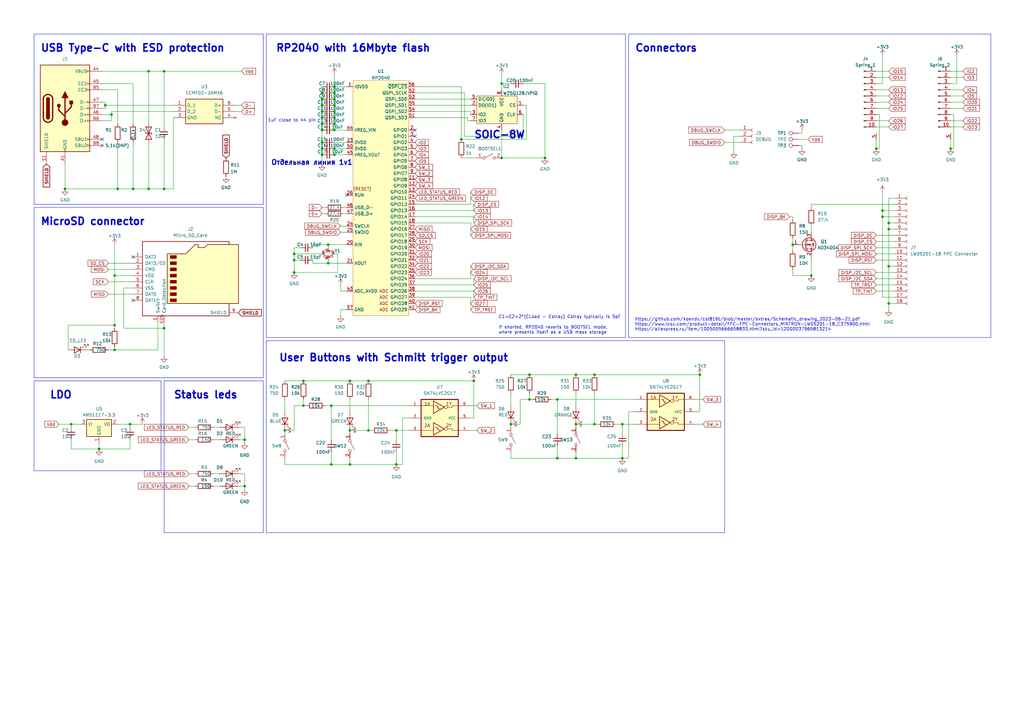
<source format=kicad_sch>
(kicad_sch (version 20230121) (generator eeschema)
  (paper "A3")
  (junction (at 255.27 187.96))
  (junction (at 132.08 45.72))
  (junction (at 120.65 104.14))
  (junction (at 26.67 77.47))
  (junction (at 132.08 50.8))
  (junction (at 45.72 46.99))
  (junction (at 236.22 153.67))
  (junction (at 223.52 64.77))
  (junction (at 132.08 53.34))
  (junction (at 46.99 113.03))
  (junction (at 194.31 156.21))
  (junction (at 359.41 60.96))
  (junction (at 243.84 153.67))
  (junction (at 46.99 133.35))
  (junction (at 389.89 60.96))
  (junction (at 255.27 173.99))
  (junction (at 364.49 124.46))
  (junction (at 143.51 190.5))
  (junction (at 228.6 163.83))
  (junction (at 29.21 173.99))
  (junction (at 135.89 190.5))
  (junction (at 361.95 88.9))
  (junction (at 48.26 77.47))
  (junction (at 120.65 111.76))
  (junction (at 151.13 156.21))
  (junction (at 209.55 173.99))
  (junction (at 332.74 113.03))
  (junction (at 189.23 57.15))
  (junction (at 135.89 166.37))
  (junction (at 137.16 50.8))
  (junction (at 137.16 38.1))
  (junction (at 137.16 43.18))
  (junction (at 137.16 53.34))
  (junction (at 361.95 86.36))
  (junction (at 137.16 45.72))
  (junction (at 60.96 29.21))
  (junction (at 205.74 34.29))
  (junction (at 243.84 173.99))
  (junction (at 217.17 153.67))
  (junction (at 100.33 199.39))
  (junction (at 60.96 77.47))
  (junction (at 100.33 180.34))
  (junction (at 132.08 38.1))
  (junction (at 364.49 109.22))
  (junction (at 162.56 176.53))
  (junction (at 67.31 134.62))
  (junction (at 134.62 107.95))
  (junction (at 137.16 60.96))
  (junction (at 143.51 156.21))
  (junction (at 287.02 153.67))
  (junction (at 43.18 43.18))
  (junction (at 132.08 58.42))
  (junction (at 162.56 190.5))
  (junction (at 124.46 166.37))
  (junction (at 236.22 187.96))
  (junction (at 236.22 173.99))
  (junction (at 132.08 48.26))
  (junction (at 364.49 93.98))
  (junction (at 134.62 100.33))
  (junction (at 53.34 173.99))
  (junction (at 132.08 40.64))
  (junction (at 137.16 40.64))
  (junction (at 137.16 35.56))
  (junction (at 54.61 77.47))
  (junction (at 132.08 60.96))
  (junction (at 67.31 29.21))
  (junction (at 124.46 156.21))
  (junction (at 132.08 63.5))
  (junction (at 205.74 64.77))
  (junction (at 143.51 176.53))
  (junction (at 228.6 187.96))
  (junction (at 46.99 143.51))
  (junction (at 67.31 77.47))
  (junction (at 364.49 91.44))
  (junction (at 325.12 100.33))
  (junction (at 217.17 163.83))
  (junction (at 40.64 184.15))
  (junction (at 137.16 48.26))
  (junction (at 120.65 106.68))
  (junction (at 116.84 176.53))
  (junction (at 137.16 63.5))
  (junction (at 132.08 43.18))
  (junction (at 151.13 176.53))
  (no_connect (at 142.24 80.01))
  (no_connect (at 54.61 123.19))
  (no_connect (at 41.91 59.69))
  (no_connect (at 170.18 53.34))
  (no_connect (at 170.18 55.88))
  (no_connect (at 41.91 57.15))
  (no_connect (at 54.61 105.41))
  (wire (pts (xy 359.41 39.37) (xy 364.49 39.37)))
  (wire (pts (xy 193.04 109.22) (xy 193.04 114.3)))
  (wire (pts (xy 205.74 53.34) (xy 205.74 64.77)))
  (wire (pts (xy 332.74 92.71) (xy 332.74 95.25)))
  (wire (pts (xy 194.31 156.21) (xy 194.31 171.45)))
  (wire (pts (xy 44.45 143.51) (xy 46.99 143.51)))
  (wire (pts (xy 60.96 58.42) (xy 60.96 77.47)))
  (wire (pts (xy 54.61 113.03) (xy 46.99 113.03)))
  (wire (pts (xy 29.21 180.34) (xy 29.21 184.15)))
  (wire (pts (xy 205.74 30.48) (xy 205.74 34.29)))
  (wire (pts (xy 217.17 163.83) (xy 217.17 161.29)))
  (wire (pts (xy 332.74 83.82) (xy 367.03 83.82)))
  (wire (pts (xy 43.18 41.91) (xy 41.91 41.91)))
  (wire (pts (xy 116.84 187.96) (xy 116.84 190.5)))
  (wire (pts (xy 162.56 176.53) (xy 167.64 176.53)))
  (wire (pts (xy 328.93 53.34) (xy 328.93 54.61)))
  (wire (pts (xy 143.51 156.21) (xy 151.13 156.21)))
  (wire (pts (xy 193.04 91.44) (xy 193.04 96.52)))
  (wire (pts (xy 151.13 163.83) (xy 151.13 176.53)))
  (wire (pts (xy 120.65 104.14) (xy 132.08 104.14)))
  (wire (pts (xy 71.12 77.47) (xy 67.31 77.47)))
  (wire (pts (xy 209.55 161.29) (xy 209.55 166.37)))
  (wire (pts (xy 359.41 46.99) (xy 360.68 46.99)))
  (wire (pts (xy 392.43 34.29) (xy 392.43 22.86)))
  (wire (pts (xy 213.36 173.99) (xy 213.36 163.83)))
  (wire (pts (xy 137.16 53.34) (xy 142.24 53.34)))
  (wire (pts (xy 137.16 58.42) (xy 142.24 58.42)))
  (wire (pts (xy 364.49 109.22) (xy 367.03 109.22)))
  (wire (pts (xy 328.93 54.61) (xy 327.66 54.61)))
  (wire (pts (xy 67.31 134.62) (xy 67.31 146.05)))
  (wire (pts (xy 359.41 104.14) (xy 367.03 104.14)))
  (wire (pts (xy 364.49 81.28) (xy 367.03 81.28)))
  (polyline (pts (xy 13.97 193.04) (xy 66.04 193.04)))
  (wire (pts (xy 389.89 41.91) (xy 394.97 41.91)))
  (wire (pts (xy 60.96 29.21) (xy 60.96 50.8)))
  (wire (pts (xy 255.27 173.99) (xy 260.35 173.99)))
  (wire (pts (xy 97.79 175.26) (xy 100.33 175.26)))
  (wire (pts (xy 389.89 31.75) (xy 394.97 31.75)))
  (wire (pts (xy 194.31 171.45) (xy 193.04 171.45)))
  (wire (pts (xy 137.16 43.18) (xy 137.16 45.72)))
  (wire (pts (xy 162.56 176.53) (xy 162.56 180.34)))
  (polyline (pts (xy 67.31 156.21) (xy 67.31 218.44)))
  (wire (pts (xy 194.31 119.38) (xy 170.18 119.38)))
  (wire (pts (xy 361.95 121.92) (xy 367.03 121.92)))
  (wire (pts (xy 215.9 43.18) (xy 215.9 57.15)))
  (wire (pts (xy 116.84 176.53) (xy 120.65 176.53)))
  (wire (pts (xy 359.41 116.84) (xy 367.03 116.84)))
  (wire (pts (xy 170.18 40.64) (xy 193.04 40.64)))
  (wire (pts (xy 100.33 199.39) (xy 100.33 200.66)))
  (wire (pts (xy 359.41 41.91) (xy 364.49 41.91)))
  (wire (pts (xy 359.41 111.76) (xy 367.03 111.76)))
  (wire (pts (xy 193.04 49.53) (xy 191.77 49.53)))
  (wire (pts (xy 137.16 48.26) (xy 137.16 50.8)))
  (wire (pts (xy 135.89 166.37) (xy 167.64 166.37)))
  (wire (pts (xy 193.04 127) (xy 193.04 121.92)))
  (wire (pts (xy 209.55 173.99) (xy 209.55 175.26)))
  (wire (pts (xy 389.89 44.45) (xy 394.97 44.45)))
  (wire (pts (xy 139.7 127) (xy 139.7 129.54)))
  (wire (pts (xy 361.95 86.36) (xy 367.03 86.36)))
  (wire (pts (xy 389.89 52.07) (xy 394.97 52.07)))
  (wire (pts (xy 189.23 64.77) (xy 195.58 64.77)))
  (wire (pts (xy 209.55 153.67) (xy 217.17 153.67)))
  (wire (pts (xy 44.45 107.95) (xy 54.61 107.95)))
  (wire (pts (xy 77.47 180.34) (xy 80.01 180.34)))
  (wire (pts (xy 24.13 173.99) (xy 29.21 173.99)))
  (wire (pts (xy 209.55 187.96) (xy 228.6 187.96)))
  (wire (pts (xy 297.18 58.42) (xy 303.53 58.42)))
  (wire (pts (xy 137.16 30.48) (xy 137.16 35.56)))
  (wire (pts (xy 361.95 34.29) (xy 361.95 22.86)))
  (wire (pts (xy 389.89 34.29) (xy 392.43 34.29)))
  (wire (pts (xy 359.41 49.53) (xy 364.49 49.53)))
  (wire (pts (xy 325.12 113.03) (xy 332.74 113.03)))
  (wire (pts (xy 288.29 163.83) (xy 285.75 163.83)))
  (wire (pts (xy 236.22 153.67) (xy 243.84 153.67)))
  (wire (pts (xy 43.18 44.45) (xy 43.18 43.18)))
  (wire (pts (xy 41.91 29.21) (xy 60.96 29.21)))
  (wire (pts (xy 297.18 53.34) (xy 303.53 53.34)))
  (wire (pts (xy 389.89 57.15) (xy 389.89 60.96)))
  (wire (pts (xy 137.16 60.96) (xy 142.24 60.96)))
  (wire (pts (xy 137.16 38.1) (xy 137.16 40.64)))
  (wire (pts (xy 97.79 194.31) (xy 100.33 194.31)))
  (wire (pts (xy 359.41 36.83) (xy 364.49 36.83)))
  (wire (pts (xy 364.49 124.46) (xy 367.03 124.46)))
  (wire (pts (xy 132.08 43.18) (xy 132.08 45.72)))
  (wire (pts (xy 228.6 182.88) (xy 228.6 187.96)))
  (wire (pts (xy 332.74 105.41) (xy 332.74 113.03)))
  (wire (pts (xy 205.74 34.29) (xy 205.74 36.83)))
  (wire (pts (xy 137.16 50.8) (xy 137.16 53.34)))
  (wire (pts (xy 135.89 190.5) (xy 143.51 190.5)))
  (wire (pts (xy 53.34 180.34) (xy 53.34 184.15)))
  (wire (pts (xy 364.49 93.98) (xy 367.03 93.98)))
  (wire (pts (xy 132.08 38.1) (xy 132.08 40.64)))
  (wire (pts (xy 128.27 107.95) (xy 128.27 106.68)))
  (wire (pts (xy 195.58 176.53) (xy 193.04 176.53)))
  (wire (pts (xy 360.68 46.99) (xy 360.68 60.96)))
  (wire (pts (xy 209.55 185.42) (xy 209.55 187.96)))
  (polyline (pts (xy 109.22 13.97) (xy 109.22 138.43)))
  (wire (pts (xy 134.62 107.95) (xy 128.27 107.95)))
  (wire (pts (xy 193.04 91.44) (xy 170.18 91.44)))
  (wire (pts (xy 364.49 91.44) (xy 364.49 81.28)))
  (wire (pts (xy 44.45 110.49) (xy 54.61 110.49)))
  (wire (pts (xy 134.62 100.33) (xy 134.62 101.6)))
  (wire (pts (xy 142.24 107.95) (xy 134.62 107.95)))
  (wire (pts (xy 46.99 143.51) (xy 64.77 143.51)))
  (wire (pts (xy 67.31 132.08) (xy 67.31 134.62)))
  (wire (pts (xy 132.08 50.8) (xy 132.08 53.34)))
  (wire (pts (xy 132.08 35.56) (xy 132.08 38.1)))
  (wire (pts (xy 41.91 44.45) (xy 43.18 44.45)))
  (wire (pts (xy 359.41 44.45) (xy 364.49 44.45)))
  (wire (pts (xy 389.89 39.37) (xy 394.97 39.37)))
  (wire (pts (xy 27.94 133.35) (xy 27.94 143.51)))
  (polyline (pts (xy 107.95 13.97) (xy 107.95 83.82)))
  (wire (pts (xy 137.16 40.64) (xy 137.16 43.18)))
  (wire (pts (xy 142.24 100.33) (xy 134.62 100.33)))
  (wire (pts (xy 162.56 190.5) (xy 165.1 190.5)))
  (polyline (pts (xy 67.31 156.21) (xy 107.95 156.21)))
  (wire (pts (xy 364.49 127) (xy 364.49 124.46)))
  (wire (pts (xy 214.63 43.18) (xy 215.9 43.18)))
  (wire (pts (xy 71.12 48.26) (xy 71.12 77.47)))
  (polyline (pts (xy 256.54 138.43) (xy 109.22 138.43)))
  (wire (pts (xy 194.31 86.36) (xy 170.18 86.36)))
  (wire (pts (xy 132.08 45.72) (xy 132.08 48.26)))
  (wire (pts (xy 50.8 118.11) (xy 50.8 134.62)))
  (wire (pts (xy 194.31 116.84) (xy 170.18 116.84)))
  (wire (pts (xy 134.62 107.95) (xy 134.62 106.68)))
  (wire (pts (xy 236.22 173.99) (xy 243.84 173.99)))
  (wire (pts (xy 48.26 173.99) (xy 53.34 173.99)))
  (polyline (pts (xy 256.54 13.97) (xy 256.54 138.43)))
  (polyline (pts (xy 297.18 218.44) (xy 297.18 139.7)))
  (polyline (pts (xy 13.97 156.21) (xy 66.04 156.21)))
  (wire (pts (xy 193.04 121.92) (xy 170.18 121.92)))
  (wire (pts (xy 361.95 86.36) (xy 361.95 88.9)))
  (wire (pts (xy 194.31 88.9) (xy 170.18 88.9)))
  (wire (pts (xy 287.02 168.91) (xy 285.75 168.91)))
  (wire (pts (xy 214.63 34.29) (xy 223.52 34.29)))
  (wire (pts (xy 125.73 166.37) (xy 124.46 166.37)))
  (wire (pts (xy 43.18 43.18) (xy 43.18 41.91)))
  (wire (pts (xy 359.41 29.21) (xy 364.49 29.21)))
  (wire (pts (xy 255.27 187.96) (xy 257.81 187.96)))
  (wire (pts (xy 138.43 104.14) (xy 138.43 111.76)))
  (wire (pts (xy 215.9 57.15) (xy 189.23 57.15)))
  (wire (pts (xy 132.08 85.09) (xy 133.35 85.09)))
  (wire (pts (xy 194.31 91.44) (xy 194.31 88.9)))
  (wire (pts (xy 359.41 52.07) (xy 364.49 52.07)))
  (wire (pts (xy 139.7 92.71) (xy 142.24 92.71)))
  (wire (pts (xy 236.22 161.29) (xy 236.22 166.37)))
  (wire (pts (xy 96.52 43.18) (xy 99.06 43.18)))
  (wire (pts (xy 137.16 45.72) (xy 137.16 48.26)))
  (wire (pts (xy 236.22 187.96) (xy 255.27 187.96)))
  (wire (pts (xy 228.6 163.83) (xy 228.6 177.8)))
  (wire (pts (xy 124.46 166.37) (xy 124.46 163.83)))
  (wire (pts (xy 143.51 163.83) (xy 143.51 168.91)))
  (wire (pts (xy 45.72 45.72) (xy 45.72 46.99)))
  (wire (pts (xy 135.89 185.42) (xy 135.89 190.5)))
  (wire (pts (xy 325.12 110.49) (xy 325.12 113.03)))
  (wire (pts (xy 54.61 118.11) (xy 50.8 118.11)))
  (wire (pts (xy 359.41 99.06) (xy 367.03 99.06)))
  (wire (pts (xy 120.65 166.37) (xy 124.46 166.37)))
  (wire (pts (xy 236.22 185.42) (xy 236.22 187.96)))
  (wire (pts (xy 67.31 77.47) (xy 60.96 77.47)))
  (wire (pts (xy 243.84 173.99) (xy 245.11 173.99)))
  (wire (pts (xy 170.18 43.18) (xy 193.04 43.18)))
  (wire (pts (xy 359.41 114.3) (xy 367.03 114.3)))
  (wire (pts (xy 132.08 40.64) (xy 132.08 43.18)))
  (wire (pts (xy 46.99 133.35) (xy 27.94 133.35)))
  (wire (pts (xy 26.67 67.31) (xy 26.67 77.47)))
  (wire (pts (xy 359.41 119.38) (xy 367.03 119.38)))
  (wire (pts (xy 138.43 111.76) (xy 120.65 111.76)))
  (polyline (pts (xy 109.22 139.7) (xy 109.22 218.44)))
  (wire (pts (xy 243.84 161.29) (xy 243.84 173.99)))
  (wire (pts (xy 364.49 93.98) (xy 364.49 91.44)))
  (wire (pts (xy 287.02 153.67) (xy 243.84 153.67)))
  (wire (pts (xy 359.41 34.29) (xy 361.95 34.29)))
  (wire (pts (xy 236.22 175.26) (xy 236.22 173.99)))
  (wire (pts (xy 142.24 63.5) (xy 137.16 63.5)))
  (wire (pts (xy 228.6 187.96) (xy 236.22 187.96)))
  (wire (pts (xy 257.81 187.96) (xy 257.81 168.91)))
  (wire (pts (xy 193.04 78.74) (xy 193.04 83.82)))
  (wire (pts (xy 165.1 190.5) (xy 165.1 171.45)))
  (wire (pts (xy 96.52 45.72) (xy 99.06 45.72)))
  (wire (pts (xy 160.02 176.53) (xy 162.56 176.53)))
  (wire (pts (xy 194.31 156.21) (xy 151.13 156.21)))
  (wire (pts (xy 359.41 106.68) (xy 367.03 106.68)))
  (polyline (pts (xy 107.95 218.44) (xy 107.95 156.21)))
  (wire (pts (xy 67.31 29.21) (xy 99.06 29.21)))
  (wire (pts (xy 64.77 143.51) (xy 64.77 132.08)))
  (wire (pts (xy 124.46 156.21) (xy 143.51 156.21)))
  (wire (pts (xy 205.74 34.29) (xy 209.55 34.29)))
  (wire (pts (xy 46.99 113.03) (xy 46.99 133.35)))
  (wire (pts (xy 209.55 173.99) (xy 213.36 173.99)))
  (wire (pts (xy 53.34 173.99) (xy 58.42 173.99)))
  (wire (pts (xy 143.51 176.53) (xy 151.13 176.53)))
  (wire (pts (xy 116.84 163.83) (xy 116.84 168.91)))
  (wire (pts (xy 87.63 180.34) (xy 90.17 180.34)))
  (wire (pts (xy 389.89 36.83) (xy 394.97 36.83)))
  (wire (pts (xy 151.13 176.53) (xy 152.4 176.53)))
  (wire (pts (xy 48.26 58.42) (xy 48.26 77.47)))
  (wire (pts (xy 364.49 91.44) (xy 367.03 91.44)))
  (wire (pts (xy 137.16 35.56) (xy 142.24 35.56)))
  (wire (pts (xy 257.81 168.91) (xy 260.35 168.91)))
  (wire (pts (xy 332.74 83.82) (xy 332.74 85.09)))
  (polyline (pts (xy 67.31 218.44) (xy 107.95 218.44)))
  (wire (pts (xy 120.65 104.14) (xy 120.65 106.68)))
  (wire (pts (xy 97.79 199.39) (xy 100.33 199.39)))
  (wire (pts (xy 364.49 109.22) (xy 364.49 93.98)))
  (wire (pts (xy 44.45 120.65) (xy 54.61 120.65)))
  (wire (pts (xy 391.16 46.99) (xy 391.16 60.96)))
  (wire (pts (xy 132.08 53.34) (xy 132.08 58.42)))
  (wire (pts (xy 132.08 60.96) (xy 132.08 63.5)))
  (wire (pts (xy 194.31 83.82) (xy 194.31 86.36)))
  (wire (pts (xy 41.91 36.83) (xy 48.26 36.83)))
  (wire (pts (xy 359.41 96.52) (xy 367.03 96.52)))
  (wire (pts (xy 228.6 163.83) (xy 260.35 163.83)))
  (wire (pts (xy 143.51 187.96) (xy 143.51 190.5)))
  (wire (pts (xy 48.26 36.83) (xy 48.26 50.8)))
  (polyline (pts (xy 109.22 218.44) (xy 297.18 218.44)))
  (polyline (pts (xy 109.22 139.7) (xy 297.18 139.7)))
  (wire (pts (xy 60.96 29.21) (xy 67.31 29.21)))
  (wire (pts (xy 327.66 57.15) (xy 331.47 57.15)))
  (wire (pts (xy 139.7 95.25) (xy 142.24 95.25)))
  (wire (pts (xy 45.72 46.99) (xy 41.91 46.99)))
  (wire (pts (xy 133.35 166.37) (xy 135.89 166.37)))
  (wire (pts (xy 142.24 127) (xy 139.7 127)))
  (wire (pts (xy 26.67 77.47) (xy 48.26 77.47)))
  (wire (pts (xy 162.56 185.42) (xy 162.56 190.5)))
  (wire (pts (xy 359.41 57.15) (xy 359.41 60.96)))
  (wire (pts (xy 255.27 173.99) (xy 255.27 177.8)))
  (wire (pts (xy 218.44 163.83) (xy 217.17 163.83)))
  (wire (pts (xy 54.61 58.42) (xy 54.61 77.47)))
  (wire (pts (xy 90.17 175.26) (xy 87.63 175.26)))
  (wire (pts (xy 288.29 173.99) (xy 285.75 173.99)))
  (wire (pts (xy 165.1 171.45) (xy 167.64 171.45)))
  (wire (pts (xy 132.08 63.5) (xy 132.08 67.31)))
  (wire (pts (xy 327.66 59.69) (xy 328.93 59.69)))
  (wire (pts (xy 361.95 88.9) (xy 361.95 121.92)))
  (wire (pts (xy 120.65 101.6) (xy 120.65 104.14)))
  (wire (pts (xy 389.89 60.96) (xy 391.16 60.96)))
  (wire (pts (xy 205.74 64.77) (xy 223.52 64.77)))
  (wire (pts (xy 135.89 166.37) (xy 135.89 180.34)))
  (wire (pts (xy 67.31 29.21) (xy 67.31 52.07)))
  (wire (pts (xy 116.84 190.5) (xy 135.89 190.5)))
  (wire (pts (xy 325.12 88.9) (xy 325.12 90.17)))
  (wire (pts (xy 46.99 143.51) (xy 46.99 142.24)))
  (wire (pts (xy 46.99 113.03) (xy 46.99 100.33)))
  (polyline (pts (xy 66.04 193.04) (xy 66.04 156.21)))
  (wire (pts (xy 29.21 173.99) (xy 29.21 175.26)))
  (wire (pts (xy 193.04 83.82) (xy 170.18 83.82)))
  (wire (pts (xy 195.58 166.37) (xy 193.04 166.37)))
  (wire (pts (xy 325.12 100.33) (xy 325.12 102.87)))
  (wire (pts (xy 328.93 59.69) (xy 328.93 60.96)))
  (wire (pts (xy 361.95 78.74) (xy 361.95 86.36)))
  (wire (pts (xy 143.51 177.8) (xy 143.51 176.53)))
  (wire (pts (xy 359.41 31.75) (xy 364.49 31.75)))
  (wire (pts (xy 48.26 77.47) (xy 54.61 77.47)))
  (wire (pts (xy 213.36 163.83) (xy 217.17 163.83)))
  (wire (pts (xy 134.62 100.33) (xy 128.27 100.33)))
  (wire (pts (xy 120.65 176.53) (xy 120.65 166.37)))
  (wire (pts (xy 29.21 173.99) (xy 33.02 173.99)))
  (wire (pts (xy 323.85 88.9) (xy 325.12 88.9)))
  (wire (pts (xy 303.53 55.88) (xy 300.99 55.88)))
  (wire (pts (xy 43.18 43.18) (xy 71.12 43.18)))
  (wire (pts (xy 189.23 57.15) (xy 189.23 35.56)))
  (wire (pts (xy 194.31 114.3) (xy 194.31 116.84)))
  (wire (pts (xy 170.18 45.72) (xy 193.04 45.72)))
  (wire (pts (xy 252.73 173.99) (xy 255.27 173.99)))
  (wire (pts (xy 361.95 88.9) (xy 367.03 88.9)))
  (wire (pts (xy 35.56 143.51) (xy 36.83 143.51)))
  (wire (pts (xy 193.04 114.3) (xy 170.18 114.3)))
  (wire (pts (xy 67.31 57.15) (xy 67.31 77.47)))
  (wire (pts (xy 137.16 63.5) (xy 137.16 60.96)))
  (wire (pts (xy 53.34 173.99) (xy 53.34 175.26)))
  (wire (pts (xy 389.89 49.53) (xy 394.97 49.53)))
  (wire (pts (xy 71.12 45.72) (xy 45.72 45.72)))
  (wire (pts (xy 87.63 199.39) (xy 90.17 199.39)))
  (wire (pts (xy 137.16 104.14) (xy 138.43 104.14)))
  (wire (pts (xy 223.52 34.29) (xy 223.52 64.77)))
  (wire (pts (xy 139.7 119.38) (xy 142.24 119.38)))
  (wire (pts (xy 191.77 49.53) (xy 191.77 48.26)))
  (wire (pts (xy 100.33 175.26) (xy 100.33 180.34)))
  (wire (pts (xy 100.33 194.31) (xy 100.33 199.39)))
  (polyline (pts (xy 13.97 156.21) (xy 13.97 193.04)))
  (wire (pts (xy 46.99 133.35) (xy 46.99 134.62)))
  (wire (pts (xy 77.47 194.31) (xy 80.01 194.31)))
  (wire (pts (xy 359.41 101.6) (xy 367.03 101.6)))
  (wire (pts (xy 120.65 106.68) (xy 120.65 111.76)))
  (wire (pts (xy 170.18 38.1) (xy 190.5 38.1)))
  (wire (pts (xy 116.84 176.53) (xy 116.84 177.8)))
  (wire (pts (xy 132.08 48.26) (xy 132.08 50.8)))
  (wire (pts (xy 54.61 34.29) (xy 54.61 50.8)))
  (wire (pts (xy 194.31 121.92) (xy 194.31 119.38)))
  (wire (pts (xy 132.08 58.42) (xy 132.08 60.96)))
  (wire (pts (xy 41.91 34.29) (xy 54.61 34.29)))
  (wire (pts (xy 170.18 48.26) (xy 191.77 48.26)))
  (wire (pts (xy 143.51 190.5) (xy 162.56 190.5)))
  (wire (pts (xy 132.08 87.63) (xy 133.35 87.63)))
  (wire (pts (xy 217.17 153.67) (xy 236.22 153.67)))
  (wire (pts (xy 360.68 60.96) (xy 359.41 60.96)))
  (wire (pts (xy 389.89 29.21) (xy 394.97 29.21)))
  (wire (pts (xy 44.45 115.57) (xy 54.61 115.57)))
  (wire (pts (xy 45.72 49.53) (xy 41.91 49.53)))
  (wire (pts (xy 123.19 101.6) (xy 120.65 101.6)))
  (wire (pts (xy 77.47 199.39) (xy 80.01 199.39)))
  (wire (pts (xy 140.97 87.63) (xy 142.24 87.63)))
  (wire (pts (xy 139.7 119.38) (xy 139.7 116.84)))
  (wire (pts (xy 137.16 35.56) (xy 137.16 38.1)))
  (wire (pts (xy 77.47 175.26) (xy 80.01 175.26)))
  (wire (pts (xy 170.18 35.56) (xy 189.23 35.56)))
  (polyline (pts (xy 13.97 13.97) (xy 107.95 13.97)))
  (wire (pts (xy 190.5 55.88) (xy 190.5 38.1)))
  (wire (pts (xy 45.72 46.99) (xy 45.72 49.53)))
  (wire (pts (xy 53.34 184.15) (xy 40.64 184.15)))
  (wire (pts (xy 140.97 85.09) (xy 142.24 85.09)))
  (wire (pts (xy 364.49 124.46) (xy 364.49 109.22)))
  (wire (pts (xy 389.89 46.99) (xy 391.16 46.99)))
  (wire (pts (xy 100.33 180.34) (xy 100.33 181.61)))
  (wire (pts (xy 325.12 97.79) (xy 325.12 100.33)))
  (polyline (pts (xy 13.97 83.82) (xy 13.97 13.97)))
  (wire (pts (xy 50.8 134.62) (xy 67.31 134.62)))
  (wire (pts (xy 214.63 46.99) (xy 214.63 55.88)))
  (wire (pts (xy 116.84 156.21) (xy 124.46 156.21)))
  (wire (pts (xy 287.02 153.67) (xy 287.02 168.91)))
  (polyline (pts (xy 109.22 13.97) (xy 256.54 13.97)))
  (wire (pts (xy 97.79 180.34) (xy 100.33 180.34)))
  (wire (pts (xy 214.63 55.88) (xy 190.5 55.88)))
  (wire (pts (xy 226.06 163.83) (xy 228.6 163.83)))
  (wire (pts (xy 60.96 77.47) (xy 54.61 77.47)))
  (wire (pts (xy 29.21 184.15) (xy 40.64 184.15)))
  (wire (pts (xy 40.64 181.61) (xy 40.64 184.15)))
  (wire (pts (xy 128.27 100.33) (xy 128.27 101.6)))
  (wire (pts (xy 255.27 182.88) (xy 255.27 187.96)))
  (wire (pts (xy 90.17 194.31) (xy 87.63 194.31)))
  (polyline (pts (xy 107.95 83.82) (xy 13.97 83.82)))
  (wire (pts (xy 300.99 55.88) (xy 300.99 62.23)))
  (wire (pts (xy 193.04 46.99) (xy 193.04 45.72)))
  (wire (pts (xy 120.65 106.68) (xy 123.19 106.68)))
  (rectangle (start 13.97 85.09) (end 107.95 154.94))
  (rectangle (start 257.81 13.97) (end 406.4 138.43))
  (text "MicroSD connector" (at 16.51 92.71 0) (effects (font (size 3 3) (thickness 0.6) bold) (justify left bottom)))
  (text "USB Type-C with ESD protection\n" (at 16.51 21.59 0) (effects (font (size 3 3) (thickness 0.6) bold) (justify left bottom)))
  (text "LDO" (at 20.32 163.83 0) (effects (font (size 3 3) (thickness 0.6) bold) (justify left bottom)))
  (text "Status leds" (at 71.12 163.83 0) (effects (font (size 3 3) (thickness 0.6) bold) (justify left bottom)))
  (text "1uF close to 44 pin" (at 109.855 50.165 0) (effects (font (size 1.27 1.27)) (justify left bottom)))
  (text "Отдельная линия 1v1" (at 111.125 67.945 0) (effects (font (size 2 2) (thickness 0.4) bold) (justify left bottom)))
  (text "Connectors" (at 260.35 21.59 0) (effects (font (size 3 3) (thickness 0.6) bold) (justify left bottom)))
  (text "If shorted, RP2040 reverts to BOOTSEL mode,\nwhere presents itself as a USB mass storage" (at 204.47 137.16 0) (effects (font (size 1.27 1.27)) (justify left bottom)))
  (text "SOIC-8W" (at 194.31 57.15 0) (effects (font (size 3 3) (thickness 0.6) bold) (justify left bottom)))
  (text "https://github.com/koendv/cst816t/blob/master/extras/Schematic_drawing_2023-06-21.pdf\nhttps://www.lcsc.com/product-detail/FFC-FPC-Connectors_MINTRON-LW05201-18_C375900.html\nhttps://aliexpress.ru/item/1005005666658833.html?sku_id=12000037965813214" (at 260.35 135.89 0) (effects (font (size 1.27 1.27)) (justify left bottom)))
  (text "User Buttons with Schmitt trigger output" (at 114.3 148.59 0) (effects (font (size 3 3) (thickness 0.6) bold) (justify left bottom)))
  (text "RP2040 with 16Mbyte flash" (at 113.03 21.59 0) (effects (font (size 3 3) (thickness 0.6) bold) (justify left bottom)))
  (text "C1=C2=2*(CLoad - Cstray) Cstray typically is 5pF" (at 204.47 130.81 0) (effects (font (size 1.27 1.27)) (justify left bottom)))
  (global_label "SHIELD" (shape input) (at 19.05 67.31 270) (effects (font bold)) (property "Intersheetrefs" "${INTERSHEET_REFS}" (effects hide)))
  (global_label "DBUG_SWDIO" (shape input) (at 139.7 95.25 180) (property "Intersheetrefs" "${INTERSHEET_REFS}" (effects hide)))
  (global_label "IO2" (shape input) (at 170.18 58.42 0) (property "Intersheetrefs" "${INTERSHEET_REFS}" (effects hide)))
  (global_label "SHIELD" (shape input) (at 97.79 128.27 0) (effects (font bold)) (property "Intersheetrefs" "${INTERSHEET_REFS}" (effects hide)))
  (global_label "IO27" (shape input) (at 364.49 52.07 0) (property "Intersheetrefs" "${INTERSHEET_REFS}" (effects hide)))
  (global_label "DISP_RST" (shape input) (at 170.18 124.46 0) (property "Intersheetrefs" "${INTERSHEET_REFS}" (effects hide)))
  (global_label "D-" (shape input) (at 99.06 43.18 0) (property "Intersheetrefs" "${INTERSHEET_REFS}" (effects hide)))
  (global_label "LED_STATUS_GREEN" (shape input) (at 77.47 199.39 180) (property "Intersheetrefs" "${INTERSHEET_REFS}" (effects hide)))
  (global_label "MISO" (shape input) (at 44.45 120.65 180) (property "Intersheetrefs" "${INTERSHEET_REFS}" (effects hide)))
  (global_label "IO24" (shape input) (at 364.49 41.91 0) (property "Intersheetrefs" "${INTERSHEET_REFS}" (effects hide)))
  (global_label "SD_CS" (shape input) (at 170.18 96.52 0) (property "Intersheetrefs" "${INTERSHEET_REFS}" (effects hide)))
  (global_label "SW_2" (shape input) (at 195.58 176.53 0) (property "Intersheetrefs" "${INTERSHEET_REFS}" (effects hide)))
  (global_label "DISP_CS" (shape input) (at 194.31 83.82 0) (property "Intersheetrefs" "${INTERSHEET_REFS}" (effects hide)))
  (global_label "IO27" (shape input) (at 193.04 124.46 0) (property "Intersheetrefs" "${INTERSHEET_REFS}" (effects hide)))
  (global_label "SD_CS" (shape input) (at 44.45 107.95 180) (property "Intersheetrefs" "${INTERSHEET_REFS}" (effects hide)))
  (global_label "IO3" (shape input) (at 170.18 60.96 0) (property "Intersheetrefs" "${INTERSHEET_REFS}" (effects hide)))
  (global_label "IO25" (shape input) (at 364.49 44.45 0) (property "Intersheetrefs" "${INTERSHEET_REFS}" (effects hide)))
  (global_label "DISP_SPI_SCK" (shape input) (at 359.41 101.6 180) (property "Intersheetrefs" "${INTERSHEET_REFS}" (effects hide)))
  (global_label "D+" (shape input) (at 132.08 87.63 180) (property "Intersheetrefs" "${INTERSHEET_REFS}" (effects hide)))
  (global_label "SW_1" (shape input) (at 170.18 68.58 0) (property "Intersheetrefs" "${INTERSHEET_REFS}" (effects hide)))
  (global_label "DISP_SPI_SCK" (shape input) (at 194.31 91.44 0) (property "Intersheetrefs" "${INTERSHEET_REFS}" (effects hide)))
  (global_label "LED_STATUS_GREEN" (shape input) (at 77.47 180.34 180) (property "Intersheetrefs" "${INTERSHEET_REFS}" (effects hide)))
  (global_label "SW_2" (shape input) (at 170.18 71.12 0) (property "Intersheetrefs" "${INTERSHEET_REFS}" (effects hide)))
  (global_label "IO26" (shape input) (at 194.31 119.38 0) (property "Intersheetrefs" "${INTERSHEET_REFS}" (effects hide)))
  (global_label "Vdd" (shape input) (at 99.06 29.21 0) (property "Intersheetrefs" "${INTERSHEET_REFS}" (effects hide)))
  (global_label "IO4" (shape input) (at 170.18 63.5 0) (property "Intersheetrefs" "${INTERSHEET_REFS}" (effects hide)))
  (global_label "IO13" (shape input) (at 364.49 36.83 0) (property "Intersheetrefs" "${INTERSHEET_REFS}" (effects hide)))
  (global_label "DISP_I2C_SDA" (shape input) (at 193.04 109.22 0) (property "Intersheetrefs" "${INTERSHEET_REFS}" (effects hide)))
  (global_label "DBUG_SWDIO" (shape input) (at 297.18 58.42 180) (property "Intersheetrefs" "${INTERSHEET_REFS}" (effects hide)))
  (global_label "TP_TINT" (shape input) (at 194.31 121.92 0) (property "Intersheetrefs" "${INTERSHEET_REFS}" (effects hide)))
  (global_label "IO26" (shape input) (at 364.49 49.53 0) (property "Intersheetrefs" "${INTERSHEET_REFS}" (effects hide)))
  (global_label "LED_STATUS_RED" (shape input) (at 170.18 78.74 0) (property "Intersheetrefs" "${INTERSHEET_REFS}" (effects hide)))
  (global_label "SW_3" (shape input) (at 170.18 73.66 0) (property "Intersheetrefs" "${INTERSHEET_REFS}" (effects hide)))
  (global_label "DISP_RST" (shape input) (at 359.41 106.68 180) (property "Intersheetrefs" "${INTERSHEET_REFS}" (effects hide)))
  (global_label "IO22" (shape input) (at 394.97 49.53 0) (property "Intersheetrefs" "${INTERSHEET_REFS}" (effects hide)))
  (global_label "IO2" (shape input) (at 394.97 29.21 0) (property "Intersheetrefs" "${INTERSHEET_REFS}" (effects hide)))
  (global_label "DISP_DC" (shape input) (at 193.04 78.74 0) (property "Intersheetrefs" "${INTERSHEET_REFS}" (effects hide)))
  (global_label "DISP_SPI_MOSI" (shape input) (at 193.04 96.52 0) (property "Intersheetrefs" "${INTERSHEET_REFS}" (effects hide)))
  (global_label "SHIELD" (shape input) (at 92.71 64.77 90) (effects (font bold)) (property "Intersheetrefs" "${INTERSHEET_REFS}" (effects hide)))
  (global_label "IO22" (shape input) (at 170.18 109.22 0) (property "Intersheetrefs" "${INTERSHEET_REFS}" (effects hide)))
  (global_label "D-" (shape input) (at 132.08 85.09 180) (property "Intersheetrefs" "${INTERSHEET_REFS}" (effects hide)))
  (global_label "IO15" (shape input) (at 193.04 93.98 0) (property "Intersheetrefs" "${INTERSHEET_REFS}" (effects hide)))
  (global_label "SW_3" (shape input) (at 288.29 163.83 0) (property "Intersheetrefs" "${INTERSHEET_REFS}" (effects hide)))
  (global_label "IO12" (shape input) (at 193.04 81.28 0) (property "Intersheetrefs" "${INTERSHEET_REFS}" (effects hide)))
  (global_label "IO20" (shape input) (at 170.18 104.14 0) (property "Intersheetrefs" "${INTERSHEET_REFS}" (effects hide)))
  (global_label "DISP_I2C_SCL" (shape input) (at 359.41 111.76 180) (property "Intersheetrefs" "${INTERSHEET_REFS}" (effects hide)))
  (global_label "MISO" (shape input) (at 170.18 93.98 0) (property "Intersheetrefs" "${INTERSHEET_REFS}" (effects hide)))
  (global_label "IO20" (shape input) (at 394.97 41.91 0) (property "Intersheetrefs" "${INTERSHEET_REFS}" (effects hide)))
  (global_label "DISP_BK" (shape input) (at 323.85 88.9 180) (property "Intersheetrefs" "${INTERSHEET_REFS}" (effects hide)))
  (global_label "IO21" (shape input) (at 394.97 44.45 0) (property "Intersheetrefs" "${INTERSHEET_REFS}" (effects hide)))
  (global_label "DISP_BK" (shape input) (at 170.18 127 0) (property "Intersheetrefs" "${INTERSHEET_REFS}" (effects hide)))
  (global_label "D+" (shape input) (at 99.06 45.72 0) (property "Intersheetrefs" "${INTERSHEET_REFS}" (effects hide)))
  (global_label "IO23" (shape input) (at 394.97 52.07 0) (property "Intersheetrefs" "${INTERSHEET_REFS}" (effects hide)))
  (global_label "IO21" (shape input) (at 170.18 106.68 0) (property "Intersheetrefs" "${INTERSHEET_REFS}" (effects hide)))
  (global_label "IO24" (shape input) (at 193.04 111.76 0) (property "Intersheetrefs" "${INTERSHEET_REFS}" (effects hide)))
  (global_label "LED_STATUS_RED" (shape input) (at 77.47 194.31 180) (property "Intersheetrefs" "${INTERSHEET_REFS}" (effects hide)))
  (global_label "SCK" (shape input) (at 44.45 115.57 180) (property "Intersheetrefs" "${INTERSHEET_REFS}" (effects hide)))
  (global_label "SW_1" (shape input) (at 195.58 166.37 0) (property "Intersheetrefs" "${INTERSHEET_REFS}" (effects hide)))
  (global_label "DBUG_SWCLK" (shape input) (at 139.7 92.71 180) (property "Intersheetrefs" "${INTERSHEET_REFS}" (effects hide)))
  (global_label "IO25" (shape input) (at 194.31 116.84 0) (property "Intersheetrefs" "${INTERSHEET_REFS}" (effects hide)))
  (global_label "DISP_I2C_SCL" (shape input) (at 194.31 114.3 0) (property "Intersheetrefs" "${INTERSHEET_REFS}" (effects hide)))
  (global_label "SCK" (shape input) (at 170.18 99.06 0) (property "Intersheetrefs" "${INTERSHEET_REFS}" (effects hide)))
  (global_label "TP_TINT" (shape input) (at 359.41 119.38 180) (property "Intersheetrefs" "${INTERSHEET_REFS}" (effects hide)))
  (global_label "IO3" (shape input) (at 394.97 31.75 0) (property "Intersheetrefs" "${INTERSHEET_REFS}" (effects hide)))
  (global_label "DISP_DC" (shape input) (at 359.41 96.52 180) (property "Intersheetrefs" "${INTERSHEET_REFS}" (effects hide)))
  (global_label "Vdd" (shape input) (at 24.13 173.99 180) (property "Intersheetrefs" "${INTERSHEET_REFS}" (effects hide)))
  (global_label "LED_STATUS_GREEN" (shape input) (at 170.18 81.28 0) (property "Intersheetrefs" "${INTERSHEET_REFS}" (effects hide)))
  (global_label "IO14" (shape input) (at 364.49 31.75 0) (property "Intersheetrefs" "${INTERSHEET_REFS}" (effects hide)))
  (global_label "IO13" (shape input) (at 194.31 86.36 0) (property "Intersheetrefs" "${INTERSHEET_REFS}" (effects hide)))
  (global_label "TP_TRST" (shape input) (at 359.41 116.84 180) (property "Intersheetrefs" "${INTERSHEET_REFS}" (effects hide)))
  (global_label "LED_STATUS_RED" (shape input) (at 77.47 175.26 180) (property "Intersheetrefs" "${INTERSHEET_REFS}" (effects hide)))
  (global_label "IO15" (shape input) (at 364.49 29.21 0) (property "Intersheetrefs" "${INTERSHEET_REFS}" (effects hide)))
  (global_label "Vdd" (shape input) (at 331.47 57.15 0) (property "Intersheetrefs" "${INTERSHEET_REFS}" (effects hide)))
  (global_label "IO14" (shape input) (at 194.31 88.9 0) (property "Intersheetrefs" "${INTERSHEET_REFS}" (effects hide)))
  (global_label "TP_TRST" (shape input) (at 193.04 127 0) (property "Intersheetrefs" "${INTERSHEET_REFS}" (effects hide)))
  (global_label "SW_4" (shape input) (at 170.18 76.2 0) (property "Intersheetrefs" "${INTERSHEET_REFS}" (effects hide)))
  (global_label "IO23" (shape input) (at 170.18 111.76 0) (property "Intersheetrefs" "${INTERSHEET_REFS}" (effects hide)))
  (global_label "SW_4" (shape input) (at 288.29 173.99 0) (property "Intersheetrefs" "${INTERSHEET_REFS}" (effects hide)))
  (global_label "IO5" (shape input) (at 394.97 39.37 0) (property "Intersheetrefs" "${INTERSHEET_REFS}" (effects hide)))
  (global_label "DBUG_SWCLK" (shape input) (at 297.18 53.34 180) (property "Intersheetrefs" "${INTERSHEET_REFS}" (effects hide)))
  (global_label "DISP_I2C_SDA" (shape input) (at 359.41 114.3 180) (property "Intersheetrefs" "${INTERSHEET_REFS}" (effects hide)))
  (global_label "IO4" (shape input) (at 394.97 36.83 0) (property "Intersheetrefs" "${INTERSHEET_REFS}" (effects hide)))
  (global_label "DISP_SPI_MOSI" (shape input) (at 359.41 104.14 180) (property "Intersheetrefs" "${INTERSHEET_REFS}" (effects hide)))
  (global_label "IO12" (shape input) (at 364.49 39.37 0) (property "Intersheetrefs" "${INTERSHEET_REFS}" (effects hide)))
  (global_label "MOSI" (shape input) (at 44.45 110.49 180) (property "Intersheetrefs" "${INTERSHEET_REFS}" (effects hide)))
  (global_label "MOSI" (shape input) (at 170.18 101.6 0) (property "Intersheetrefs" "${INTERSHEET_REFS}" (effects hide)))
  (global_label "DISP_CS" (shape input) (at 359.41 99.06 180) (property "Intersheetrefs" "${INTERSHEET_REFS}" (effects hide)))
  (global_label "IO5" (shape input) (at 170.18 66.04 0) (property "Intersheetrefs" "${INTERSHEET_REFS}" (effects hide)))
  (symbol (lib_id "Device:R") (at 189.23 60.96 180) (unit 1)
    (property "Reference" "R22" (at 191.008 60.0515 0) (effects (justify right)))
    (property "Value" "1k" (at 191.008 62.8266 0) (effects (justify right)))
    (property "Footprint" "Resistor_SMD:R_0402_1005Metric" (effects hide))
  )
  (symbol (lib_id "Device:LED") (at 116.84 172.72 90) (unit 1)
    (property "Reference" "D5" (at 114.3 170.18 90) (effects (justify left)))
    (property "Value" "BLUE" (at 115.57 172.72 90) (effects (justify left)))
    (property "Footprint" "LED_SMD:LED_0603_1608Metric" (effects hide))
  )
  (symbol (lib_id "Device:C_Small") (at 134.62 35.56 90) (unit 1)
    (property "Reference" "C7" (at 132.08 34.29 90))
    (property "Value" "100nF" (at 138.43 34.29 90))
    (property "Footprint" "Capacitor_SMD:C_0402_1005Metric" (effects hide))
  )
  (symbol (lib_id "Connector:Conn_01x06_Pin") (at 354.33 34.29 0) (unit 1)
    (property "Reference" "J4" (at 354.965 24.13 0))
    (property "Value" "Spring_1" (at 354.965 26.67 0))
    (property "Footprint" "_conn:Conn_SPRING_10PIN" (effects hide))
  )
  (symbol (lib_id "Device:R") (at 156.21 176.53 270) (unit 1)
    (property "Reference" "R34" (at 156.21 173.99 90))
    (property "Value" "10k" (at 156.21 176.53 90))
    (property "Footprint" "Resistor_SMD:R_0402_1005Metric" (effects hide))
  )
  (symbol (lib_id "power:+3.3V") (at 328.93 53.34 0) (unit 1)
    (property "Reference" "#PWR020" (effects hide))
    (property "Value" "+3.3V" (at 328.93 49.7355 0))
  )
  (symbol (lib_id "Device:R") (at 83.82 175.26 90) (unit 1)
    (property "Reference" "R15" (at 85.09 172.72 90) (effects (justify left)))
    (property "Value" "750" (at 86.36 175.26 90) (effects (justify left)))
    (property "Footprint" "Resistor_SMD:R_0402_1005Metric" (effects hide))
  )
  (symbol (lib_id "Device:C_Small") (at 125.73 106.68 90) (unit 1)
    (property "Reference" "C5" (at 123.19 105.41 90))
    (property "Value" "15pF" (at 129.54 105.41 90))
    (property "Footprint" "Capacitor_SMD:C_0402_1005Metric" (effects hide))
  )
  (symbol (lib_id "power:GND") (at 67.31 146.05 0) (unit 1)
    (property "Reference" "#PWR05" (effects hide))
    (property "Value" "GND" (at 67.31 150.6125 0))
  )
  (symbol (lib_id "Device:C_Small") (at 67.31 54.61 0) (unit 1)
    (property "Reference" "C1" (at 63.5 53.34 0) (effects (justify left)))
    (property "Value" "10uF" (at 63.5 55.88 0) (effects (justify left)))
    (property "Footprint" "Capacitor_SMD:C_0603_1608Metric" (effects hide))
  )
  (symbol (lib_id "Connector:TestPoint") (at 327.66 59.69 90) (unit 1)
    (property "Reference" "TP3" (at 322.58 59.69 90) (effects (justify left)))
    (property "Value" "TestPoint" (effects hide))
    (property "Footprint" "TestPoint:TestPoint_Pad_D2.0mm" (effects hide))
  )
  (symbol (lib_id "Switch:SW_SPST") (at 209.55 180.34 270) (unit 1)
    (property "Reference" "SW9" (at 208.28 180.34 90) (effects (justify right)))
    (property "Value" "SW_SPST" (effects hide))
    (property "Footprint" "_buttons:SWSIDE_SMD_PAN_EVPAE" (effects hide))
  )
  (symbol (lib_id "power:GND") (at 120.65 111.76 0) (unit 1)
    (property "Reference" "#PWR09" (effects hide))
    (property "Value" "GND" (at 120.65 116.3225 0))
  )
  (symbol (lib_id "Device:R") (at 332.74 88.9 0) (unit 1)
    (property "Reference" "R10" (at 335.28 87.63 0) (effects (justify left)))
    (property "Value" "27.4" (at 335.28 90.17 0) (effects (justify left)))
    (property "Footprint" "Resistor_SMD:R_0402_1005Metric" (effects hide))
  )
  (symbol (lib_id "Device:Crystal_GND24_Small") (at 134.62 104.14 270) (unit 1)
    (property "Reference" "Y1" (at 138.43 102.87 90))
    (property "Value" "Crystal_GND24_Small" (effects hide))
    (property "Footprint" "Crystal:Crystal_SMD_3225-4Pin_3.2x2.5mm" (effects hide))
  )
  (symbol (lib_id "Connector:Conn_01x06_Pin") (at 384.81 34.29 0) (unit 1)
    (property "Reference" "J6" (at 385.445 24.13 0))
    (property "Value" "Spring_2" (at 385.445 26.67 0))
    (property "Footprint" "_conn:Conn_SPRING_10PIN" (effects hide))
  )
  (symbol (lib_id "Switch:SW_SPST") (at 143.51 182.88 270) (unit 1)
    (property "Reference" "SW12" (at 142.24 182.88 90) (effects (justify right)))
    (property "Value" "SW_SPST" (effects hide))
    (property "Footprint" "_buttons:SWSIDE_SMD_PAN_EVPAE" (effects hide))
  )
  (symbol (lib_id "Device:C_Small") (at 134.62 38.1 90) (unit 1)
    (property "Reference" "C8" (at 132.08 36.83 90))
    (property "Value" "100nF" (at 138.43 36.83 90))
    (property "Footprint" "Capacitor_SMD:C_0402_1005Metric" (effects hide))
  )
  (symbol (lib_id "power:GND") (at 255.27 187.96 0) (unit 1)
    (property "Reference" "#PWR024" (effects hide))
    (property "Value" "GND" (at 255.27 193.04 0))
  )
  (symbol (lib_id "Device:C_Small") (at 228.6 180.34 0) (unit 1)
    (property "Reference" "C23" (at 222.25 179.07 0) (effects (justify left)))
    (property "Value" "100nF" (at 222.25 182.88 0) (effects (justify left)))
    (property "Footprint" "Capacitor_SMD:C_0402_1005Metric" (effects hide))
  )
  (symbol (lib_id "Connector:TestPoint") (at 327.66 54.61 90) (unit 1)
    (property "Reference" "TP1" (at 322.58 54.61 90) (effects (justify left)))
    (property "Value" "TestPoint" (effects hide))
    (property "Footprint" "TestPoint:TestPoint_Pad_D2.0mm" (effects hide))
  )
  (symbol (lib_id "power:GND") (at 389.89 60.96 0) (unit 1)
    (property "Reference" "#PWR028" (effects hide))
    (property "Value" "GND" (at 389.89 65.5225 0))
  )
  (symbol (lib_id "Device:LED") (at 93.98 180.34 180) (unit 1)
    (property "Reference" "D2" (at 91.44 177.8 0) (effects (justify left)))
    (property "Value" "GREEN" (at 97.79 182.88 0) (effects (justify left)))
    (property "Footprint" "LED_SMD:LED_0603_1608Metric" (effects hide))
  )
  (symbol (lib_id "power:+3.3V") (at 194.31 156.21 0) (unit 1)
    (property "Reference" "#PWR025" (effects hide))
    (property "Value" "+3.3V" (at 194.31 152.6055 0))
  )
  (symbol (lib_id "Device:R") (at 124.46 160.02 0) (unit 1)
    (property "Reference" "R26" (at 119.38 158.75 0) (effects (justify left)))
    (property "Value" "10k" (at 119.38 161.29 0) (effects (justify left)))
    (property "Footprint" "Resistor_SMD:R_0402_1005Metric" (effects hide))
  )
  (symbol (lib_id "Device:R") (at 92.71 68.58 0) (unit 1)
    (property "Reference" "R11" (at 94.488 67.6715 0) (effects (justify left)))
    (property "Value" "1M" (at 94.488 70.4466 0) (effects (justify left)))
    (property "Footprint" "Resistor_SMD:R_0402_1005Metric" (effects hide))
  )
  (symbol (lib_id "Device:R") (at 236.22 157.48 180) (unit 1)
    (property "Reference" "R31" (at 233.68 156.21 0) (effects (justify left)))
    (property "Value" "150" (at 233.68 158.75 0) (effects (justify left)))
    (property "Footprint" "Resistor_SMD:R_0402_1005Metric" (effects hide))
  )
  (symbol (lib_id "power:GND") (at 300.99 62.23 0) (unit 1)
    (property "Reference" "#PWR017" (effects hide))
    (property "Value" "GND" (at 300.99 66.7925 0))
  )
  (symbol (lib_id "Device:C_Small") (at 134.62 63.5 90) (unit 1)
    (property "Reference" "C17" (at 132.08 62.23 90))
    (property "Value" "10uF" (at 138.43 62.23 90))
    (property "Footprint" "Capacitor_SMD:C_0603_1608Metric" (effects hide))
  )
  (symbol (lib_id "power:GND") (at 92.71 72.39 0) (unit 1)
    (property "Reference" "#PWR014" (effects hide))
    (property "Value" "GND" (at 92.71 76.9525 0))
  )
  (symbol (lib_id "power:GND") (at 364.49 127 0) (unit 1)
    (property "Reference" "#PWR031" (effects hide))
    (property "Value" "GND" (at 364.49 132.08 0))
  )
  (symbol (lib_id "Device:R") (at 48.26 54.61 0) (unit 1)
    (property "Reference" "R1" (at 43.18 53.34 0) (effects (justify left)))
    (property "Value" "5.1k(DNP)" (at 43.18 59.69 0) (effects (justify left)))
    (property "Footprint" "Resistor_SMD:R_0402_1005Metric" (effects hide))
  )
  (symbol (lib_id "Device:R") (at 116.84 160.02 180) (unit 1)
    (property "Reference" "R24" (at 114.3 158.75 0) (effects (justify left)))
    (property "Value" "750" (at 114.3 161.29 0) (effects (justify left)))
    (property "Footprint" "Resistor_SMD:R_0402_1005Metric" (effects hide))
  )
  (symbol (lib_id "power:+3.3V") (at 205.74 30.48 0) (unit 1)
    (property "Reference" "#PWR016" (effects hide))
    (property "Value" "+3.3V" (at 205.74 26.8755 0))
  )
  (symbol (lib_id "power:+3.3V") (at 137.16 30.48 0) (unit 1)
    (property "Reference" "#PWR013" (effects hide))
    (property "Value" "+3.3V" (at 137.16 26.8755 0))
  )
  (symbol (lib_id "Device:R") (at 151.13 160.02 0) (unit 1)
    (property "Reference" "R32" (at 146.05 158.75 0) (effects (justify left)))
    (property "Value" "10k" (at 146.05 161.29 0) (effects (justify left)))
    (property "Footprint" "Resistor_SMD:R_0402_1005Metric" (effects hide))
  )
  (symbol (lib_id "Device:D_TVS") (at 60.96 54.61 90) (unit 1)
    (property "Reference" "D4" (at 58.42 53.34 90))
    (property "Value" "D_TVS" (effects hide))
    (property "Footprint" "_basic:ESD_PGB1010603MR" (effects hide))
  )
  (symbol (lib_id "Device:R") (at 83.82 194.31 90) (unit 1)
    (property "Reference" "R3" (at 85.09 191.77 90) (effects (justify left)))
    (property "Value" "750" (at 86.36 194.31 90) (effects (justify left)))
    (property "Footprint" "Resistor_SMD:R_0402_1005Metric" (effects hide))
  )
  (symbol (lib_id "power:+3.3V") (at 139.7 116.84 0) (unit 1)
    (property "Reference" "#PWR011" (effects hide))
    (property "Value" "+3.3V" (at 139.7 113.2355 0))
  )
  (symbol (lib_id "Switch:SW_SPST") (at 200.66 64.77 0) (unit 1)
    (property "Reference" "BOOTSEL1" (at 205.74 60.96 0) (effects (justify right)))
    (property "Value" "BOOTSEL" (effects hide))
    (property "Footprint" "_buttons:SW_SMD_TS-A007" (effects hide))
  )
  (symbol (lib_id "Device:R") (at 143.51 160.02 180) (unit 1)
    (property "Reference" "R30" (at 140.97 158.75 0) (effects (justify left)))
    (property "Value" "150" (at 140.97 161.29 0) (effects (justify left)))
    (property "Footprint" "Resistor_SMD:R_0402_1005Metric" (effects hide))
  )
  (symbol (lib_id "Device:C_Small") (at 255.27 180.34 0) (unit 1)
    (property "Reference" "C25" (at 248.92 179.07 0) (effects (justify left)))
    (property "Value" "100nF" (at 248.92 182.88 0) (effects (justify left)))
    (property "Footprint" "Capacitor_SMD:C_0402_1005Metric" (effects hide))
  )
  (symbol (lib_id "Device:R") (at 248.92 173.99 270) (unit 1)
    (property "Reference" "R35" (at 248.92 171.45 90))
    (property "Value" "10k" (at 248.92 173.99 90))
    (property "Footprint" "Resistor_SMD:R_0402_1005Metric" (effects hide))
  )
  (symbol (lib_id "Device:C_Small") (at 134.62 50.8 90) (unit 1)
    (property "Reference" "C13" (at 132.08 49.53 90))
    (property "Value" "100nF" (at 138.43 49.53 90))
    (property "Footprint" "Capacitor_SMD:C_0402_1005Metric" (effects hide))
  )
  (symbol (lib_id "power:+3.3V") (at 58.42 173.99 0) (unit 1)
    (property "Reference" "#PWR04" (effects hide))
    (property "Value" "+3.3V" (at 58.42 170.3855 0))
  )
  (symbol (lib_id "Device:C_Small") (at 125.73 101.6 90) (unit 1)
    (property "Reference" "C4" (at 123.19 100.33 90))
    (property "Value" "15pF" (at 129.54 100.33 90))
    (property "Footprint" "Capacitor_SMD:C_0402_1005Metric" (effects hide))
  )
  (symbol (lib_id "power:GND") (at 100.33 181.61 0) (unit 1)
    (property "Reference" "#PWR06" (effects hide))
    (property "Value" "GND" (at 100.33 186.69 0))
  )
  (symbol (lib_id "Device:R") (at 243.84 157.48 0) (unit 1)
    (property "Reference" "R33" (at 238.76 156.21 0) (effects (justify left)))
    (property "Value" "10k" (at 238.76 158.75 0) (effects (justify left)))
    (property "Footprint" "Resistor_SMD:R_0402_1005Metric" (effects hide))
  )
  (symbol (lib_id "power:GND") (at 26.67 77.47 0) (unit 1)
    (property "Reference" "#PWR01" (effects hide))
    (property "Value" "GND" (at 26.67 82.0325 0))
  )
  (symbol (lib_id "Device:R") (at 83.82 180.34 90) (unit 1)
    (property "Reference" "R16" (at 85.09 177.8 90) (effects (justify left)))
    (property "Value" "150" (at 86.36 180.34 90) (effects (justify left)))
    (property "Footprint" "Resistor_SMD:R_0402_1005Metric" (effects hide))
  )
  (symbol (lib_id "Device:C_Small") (at 162.56 182.88 0) (unit 1)
    (property "Reference" "C24" (at 156.21 181.61 0) (effects (justify left)))
    (property "Value" "100nF" (at 156.21 185.42 0) (effects (justify left)))
    (property "Footprint" "Capacitor_SMD:C_0402_1005Metric" (effects hide))
  )
  (symbol (lib_id "power:+3.3V") (at 287.02 153.67 0) (unit 1)
    (property "Reference" "#PWR026" (effects hide))
    (property "Value" "+3.3V" (at 287.02 150.0655 0))
  )
  (symbol (lib_id "Device:C_Small") (at 134.62 60.96 90) (unit 1)
    (property "Reference" "C16" (at 132.08 59.69 90))
    (property "Value" "100nF" (at 138.43 59.69 90))
    (property "Footprint" "Capacitor_SMD:C_0402_1005Metric" (effects hide))
  )
  (symbol (lib_id "Device:R") (at 137.16 87.63 270) (unit 1)
    (property "Reference" "R20" (at 137.16 90.17 90))
    (property "Value" "27.4" (at 137.16 87.63 90))
    (property "Footprint" "Resistor_SMD:R_0402_1005Metric" (effects hide))
  )
  (symbol (lib_id "_chips:74LVC2G14") (at 273.05 168.91 0) (unit 1)
    (property "Reference" "U8" (at 273.05 156.21 0))
    (property "Value" "SN74LVC2G17" (at 273.05 158.75 0))
    (property "Footprint" "Package_TO_SOT_SMD:SOT-23-6" (effects hide))
  )
  (symbol (lib_id "Device:C_Small") (at 134.62 43.18 90) (unit 1)
    (property "Reference" "C10" (at 132.08 41.91 90))
    (property "Value" "100nF" (at 138.43 41.91 90))
    (property "Footprint" "Capacitor_SMD:C_0402_1005Metric" (effects hide))
  )
  (symbol (lib_id "_MK:RP2040") (at 156.21 33.02 0) (unit 1)
    (property "Reference" "U1" (at 156.21 29.18 0))
    (property "Value" "RP2040" (at 156.21 31.9551 0))
    (property "Footprint" "Package_DFN_QFN:QFN-56-1EP_7x7mm_P0.4mm_EP3.2x3.2mm" (effects hide))
    (property "Datasheet" "https://datasheets.raspberrypi.org/rp2040/rp2040_datasheet.pdf" (effects hide))
  )
  (symbol (lib_id "Device:LED") (at 209.55 170.18 90) (unit 1)
    (property "Reference" "D6" (at 207.01 167.64 90) (effects (justify left)))
    (property "Value" "RED" (at 208.28 170.18 90) (effects (justify left)))
    (property "Footprint" "LED_SMD:LED_0603_1608Metric" (effects hide))
  )
  (symbol (lib_id "Device:C_Small") (at 134.62 58.42 90) (unit 1)
    (property "Reference" "C15" (at 132.08 57.15 90))
    (property "Value" "100nF" (at 138.43 57.15 90))
    (property "Footprint" "Capacitor_SMD:C_0402_1005Metric" (effects hide))
  )
  (symbol (lib_id "power:+3.3V") (at 46.99 100.33 0) (unit 1)
    (property "Reference" "#PWR03" (effects hide))
    (property "Value" "+3.3V" (at 46.99 96.7255 0))
  )
  (symbol (lib_id "Regulator_Linear:AMS1117-3.3") (at 40.64 173.99 0) (unit 1)
    (property "Reference" "U5" (at 40.64 167.64 0))
    (property "Value" "AMS1117-3.3" (at 40.64 170.18 0))
    (property "Footprint" "Package_TO_SOT_SMD:SOT-223-3_TabPin2" (effects hide))
    (property "Datasheet" "http://www.advanced-monolithic.com/pdf/ds1117.pdf" (effects hide))
  )
  (symbol (lib_id "Switch:SW_SPST") (at 236.22 180.34 270) (unit 1)
    (property "Reference" "SW13" (at 234.95 180.34 90) (effects (justify right)))
    (property "Value" "SW_SPST" (effects hide))
    (property "Footprint" "_buttons:SWSIDE_SMD_PAN_EVPAE" (effects hide))
  )
  (symbol (lib_id "Connector:TestPoint") (at 327.66 57.15 90) (unit 1)
    (property "Reference" "TP2" (at 322.58 57.15 90) (effects (justify left)))
    (property "Value" "TestPoint" (effects hide))
    (property "Footprint" "TestPoint:TestPoint_Pad_D2.0mm" (effects hide))
  )
  (symbol (lib_id "_chips:74LVC2G14") (at 180.34 171.45 0) (unit 1)
    (property "Reference" "U7" (at 180.34 158.75 0))
    (property "Value" "SN74LVC2G17" (at 180.34 161.29 0))
    (property "Footprint" "Package_TO_SOT_SMD:SOT-23-6" (effects hide))
  )
  (symbol (lib_id "Device:R") (at 54.61 54.61 0) (unit 1)
    (property "Reference" "R2" (at 49.53 53.34 0) (effects (justify left)))
    (property "Value" "5.1k" (at 54.61 57.15 90) (effects (justify left)))
    (property "Footprint" "Resistor_SMD:R_0402_1005Metric" (effects hide))
  )
  (symbol (lib_id "power:GND") (at 359.41 60.96 0) (unit 1)
    (property "Reference" "#PWR022" (effects hide))
    (property "Value" "GND" (at 359.41 65.5225 0))
  )
  (symbol (lib_id "power:GND") (at 332.74 113.03 0) (unit 1)
    (property "Reference" "#PWR032" (effects hide))
    (property "Value" "GND" (at 332.74 118.11 0))
  )
  (symbol (lib_id "Device:C_Small") (at 135.89 182.88 0) (unit 1)
    (property "Reference" "C22" (at 129.54 181.61 0) (effects (justify left)))
    (property "Value" "100nF" (at 129.54 185.42 0) (effects (justify left)))
    (property "Footprint" "Capacitor_SMD:C_0402_1005Metric" (effects hide))
  )
  (symbol (lib_id "Device:C_Small") (at 134.62 40.64 90) (unit 1)
    (property "Reference" "C9" (at 132.08 39.37 90))
    (property "Value" "100nF" (at 138.43 39.37 90))
    (property "Footprint" "Capacitor_SMD:C_0402_1005Metric" (effects hide))
  )
  (symbol (lib_id "Device:C_Small") (at 134.62 53.34 90) (unit 1)
    (property "Reference" "C14" (at 132.08 52.07 90))
    (property "Value" "10uF" (at 138.43 52.07 90))
    (property "Footprint" "Capacitor_SMD:C_0603_1608Metric" (effects hide))
  )
  (symbol (lib_id "Device:R") (at 46.99 138.43 0) (unit 1)
    (property "Reference" "R13" (at 41.91 137.16 0) (effects (justify left)))
    (property "Value" "10k" (at 41.91 139.7 0) (effects (justify left)))
    (property "Footprint" "Resistor_SMD:R_0402_1005Metric" (effects hide))
  )
  (symbol (lib_id "Device:C_Small") (at 134.62 48.26 90) (unit 1)
    (property "Reference" "C12" (at 132.08 46.99 90))
    (property "Value" "100nF" (at 138.43 46.99 90))
    (property "Footprint" "Capacitor_SMD:C_0402_1005Metric" (effects hide))
  )
  (symbol (lib_id "Device:R") (at 209.55 157.48 180) (unit 1)
    (property "Reference" "R25" (at 207.01 156.21 0) (effects (justify left)))
    (property "Value" "750" (at 207.01 158.75 0) (effects (justify left)))
    (property "Footprint" "Resistor_SMD:R_0402_1005Metric" (effects hide))
  )
  (symbol (lib_id "Device:C_Small") (at 53.34 177.8 0) (unit 1)
    (property "Reference" "C3" (at 49.53 176.53 0) (effects (justify left)))
    (property "Value" "10uF" (at 49.53 179.07 0) (effects (justify left)))
    (property "Footprint" "Capacitor_SMD:C_0603_1608Metric" (effects hide))
  )
  (symbol (lib_id "Transistor_FET:AO3400A") (at 330.2 100.33 0) (unit 1)
    (property "Reference" "Q1" (at 336.55 99.06 0) (effects (justify left)))
    (property "Value" "AO3400A" (at 335.28 101.6 0) (effects (justify left)))
    (property "Footprint" "Package_TO_SOT_SMD:SOT-23" (effects hide))
    (property "Datasheet" "http://www.aosmd.com/pdfs/datasheet/AO3400A.pdf" (effects hide))
  )
  (symbol (lib_id "Device:C_Small") (at 29.21 177.8 0) (unit 1)
    (property "Reference" "C2" (at 25.4 176.53 0) (effects (justify left)))
    (property "Value" "10uF" (at 25.4 179.07 0) (effects (justify left)))
    (property "Footprint" "Capacitor_SMD:C_0603_1608Metric" (effects hide))
  )
  (symbol (lib_id "Device:LED") (at 93.98 175.26 180) (unit 1)
    (property "Reference" "D1" (at 91.44 172.72 0) (effects (justify left)))
    (property "Value" "RED" (at 96.52 177.8 0) (effects (justify left)))
    (property "Footprint" "LED_SMD:LED_0603_1608Metric" (effects hide))
  )
  (symbol (lib_id "Device:R") (at 222.25 163.83 270) (unit 1)
    (property "Reference" "R29" (at 222.25 161.29 90))
    (property "Value" "10k" (at 222.25 163.83 90))
    (property "Footprint" "Resistor_SMD:R_0402_1005Metric" (effects hide))
  )
  (symbol (lib_id "Device:R") (at 83.82 199.39 90) (unit 1)
    (property "Reference" "R4" (at 85.09 196.85 90) (effects (justify left)))
    (property "Value" "150" (at 86.36 199.39 90) (effects (justify left)))
    (property "Footprint" "Resistor_SMD:R_0402_1005Metric" (effects hide))
  )
  (symbol (lib_id "power:+3.3V") (at 392.43 22.86 0) (unit 1)
    (property "Reference" "#PWR029" (effects hide))
    (property "Value" "+3.3V" (at 392.43 19.2555 0))
  )
  (symbol (lib_id "Device:R") (at 325.12 106.68 0) (unit 1)
    (property "Reference" "R9" (at 327.66 105.41 0) (effects (justify left)))
    (property "Value" "10K" (at 327.66 107.95 0) (effects (justify left)))
    (property "Footprint" "Resistor_SMD:R_0402_1005Metric" (effects hide))
  )
  (symbol (lib_id "_chips:ECMF02-2AMX6") (at 71.12 43.18 0) (unit 1)
    (property "Reference" "U3" (at 83.82 35.56 0))
    (property "Value" "ECMF02-2AMX6" (at 83.82 38.1 0))
    (property "Footprint" "_chips:ESD_ECMF02-2AMX6" (effects hide))
    (property "Datasheet" "http://www.st.com/content/ccc/resource/technical/document/datasheet/3a/28/cf/d0/31/63/48/8c/CD00282307.pdf/files/CD00282307.pdf/jcr:content/translations/en.CD00282307.pdf" (effects hide))
    (property "Height" "0.55" (effects hide))
    (property "Manufacturer_Name" "STMicroelectronics" (effects hide))
    (property "Manufacturer_Part_Number" "ECMF02-2AMX6" (effects hide))
    (property "Mouser Part Number" "511-ECMF02-2AMX6" (effects hide))
    (property "Mouser Price/Stock" "https://www.mouser.co.uk/ProductDetail/STMicroelectronics/ECMF02-2AMX6?qs=raAh8RbVwI65u5gmT42%2Flg%3D%3D" (effects hide))
    (property "Arrow Part Number" "ECMF02-2AMX6" (effects hide))
    (property "Arrow Price/Stock" "https://www.arrow.com/en/products/ecmf02-2amx6/stmicroelectronics?region=nac" (effects hide))
  )
  (symbol (lib_id "_MK:W25Q128JVPIQ") (at 208.28 43.18 0) (mirror y) (unit 1)
    (property "Reference" "U2" (at 206.2606 35.4543 0) (effects (justify right)))
    (property "Value" "W25Q128JVPIQ" (at 206.2606 38.2294 0) (effects (justify right)))
    (property "Footprint" "Package_SO:SOIC-8W_5.3x5.3mm_P1.27mm" (effects hide))
    (property "Datasheet" "https://datasheet.lcsc.com/lcsc/1809140423_Winbond-Elec-W25Q128JVPIQ_C190862.pdf" (effects hide))
  )
  (symbol (lib_id "power:GND") (at 162.56 190.5 0) (unit 1)
    (property "Reference" "#PWR023" (effects hide))
    (property "Value" "GND" (at 162.56 195.58 0))
  )
  (symbol (lib_id "Connector:USB_C_Receptacle_USB2.0") (at 26.67 44.45 0) (unit 1)
    (property "Reference" "J1" (at 26.67 24.13 0))
    (property "Value" "USB_C_Receptacle_USB2.0" (effects hide))
    (property "Footprint" "_usb:RUICHI_TYPE-C-16PF-020" (effects hide))
    (property "Datasheet" "https://www.usb.org/sites/default/files/documents/usb_type-c.zip" (effects hide))
  )
  (symbol (lib_id "Connector:Conn_01x03_Socket") (at 308.61 55.88 0) (unit 1)
    (property "Reference" "J3" (at 309.88 54.61 0) (effects (justify left)))
    (property "Value" "DEBUG" (at 309.88 57.15 0) (effects (justify left)))
    (property "Footprint" "Connector_PinHeader_2.54mm:PinHeader_1x03_P2.54mm_Vertical" (effects hide))
  )
  (symbol (lib_id "Connector:Micro_SD_Card") (at 77.47 113.03 0) (unit 1)
    (property "Reference" "J2" (at 78.105 93.98 0))
    (property "Value" "Micro_SD_Card" (at 78.105 96.52 0))
    (property "Footprint" "_conn:SDCARD_KLS_L-KLS1-SD114-R" (effects hide))
    (property "Datasheet" "http://katalog.we-online.de/em/datasheet/693072010801.pdf" (effects hide))
  )
  (symbol (lib_id "power:GND") (at 132.08 67.31 0) (unit 1)
    (property "Reference" "#PWR010" (effects hide))
    (property "Value" "GND" (at 132.08 71.8725 0))
  )
  (symbol (lib_id "Device:C_Small") (at 134.62 45.72 90) (unit 1)
    (property "Reference" "C11" (at 132.08 44.45 90))
    (property "Value" "100nF" (at 138.43 44.45 90))
    (property "Footprint" "Capacitor_SMD:C_0402_1005Metric" (effects hide))
  )
  (symbol (lib_id "power:+3.3V") (at 361.95 22.86 0) (unit 1)
    (property "Reference" "#PWR027" (effects hide))
    (property "Value" "+3.3V" (at 361.95 19.2555 0))
  )
  (symbol (lib_id "power:GND") (at 40.64 184.15 0) (unit 1)
    (property "Reference" "#PWR02" (effects hide))
    (property "Value" "GND" (at 40.64 189.23 0))
  )
  (symbol (lib_id "power:GND") (at 328.93 60.96 0) (unit 1)
    (property "Reference" "#PWR021" (effects hide))
    (property "Value" "GND" (at 328.93 65.5225 0))
  )
  (symbol (lib_id "Device:C_Small") (at 212.09 34.29 90) (unit 1)
    (property "Reference" "C20" (at 209.55 33.02 90))
    (property "Value" "100nF" (at 215.9 33.02 90))
    (property "Footprint" "Capacitor_SMD:C_0402_1005Metric" (effects hide))
  )
  (symbol (lib_id "Connector:Conn_01x18_Socket") (at 372.11 101.6 0) (unit 1)
    (property "Reference" "J7" (at 373.38 101.6 0) (effects (justify left)))
    (property "Value" "LW05201-18 FPC Connector" (at 373.38 104.14 0) (effects (justify left)))
    (property "Footprint" "_conn:Conn_FPC_LW05201-18" (effects hide))
  )
  (symbol (lib_id "power:GND") (at 100.33 200.66 0) (unit 1)
    (property "Reference" "#PWR07" (effects hide))
    (property "Value" "GND" (at 100.33 205.74 0))
  )
  (symbol (lib_id "Device:LED") (at 143.51 172.72 90) (unit 1)
    (property "Reference" "D7" (at 140.97 170.18 90) (effects (justify left)))
    (property "Value" "GREEN" (at 142.24 172.72 90) (effects (justify left)))
    (property "Footprint" "LED_SMD:LED_0603_1608Metric" (effects hide))
  )
  (symbol (lib_id "Device:R") (at 129.54 166.37 270) (unit 1)
    (property "Reference" "R28" (at 129.54 163.83 90))
    (property "Value" "10k" (at 129.54 166.37 90))
    (property "Footprint" "Resistor_SMD:R_0402_1005Metric" (effects hide))
  )
  (symbol (lib_id "Device:LED") (at 31.75 143.51 180) (unit 1)
    (property "Reference" "D3" (at 33.02 146.05 0) (effects (justify left)))
    (property "Value" "CD_LED" (at 35.56 139.7 0) (effects (justify left)))
    (property "Footprint" "LED_SMD:LED_0603_1608Metric" (effects hide))
  )
  (symbol (lib_id "Device:R") (at 217.17 157.48 0) (unit 1)
    (property "Reference" "R27" (at 212.09 156.21 0) (effects (justify left)))
    (property "Value" "10k" (at 212.09 158.75 0) (effects (justify left)))
    (property "Footprint" "Resistor_SMD:R_0402_1005Metric" (effects hide))
  )
  (symbol (lib_id "Device:R") (at 325.12 93.98 0) (unit 1)
    (property "Reference" "R8" (at 327.66 92.71 0) (effects (justify left)))
    (property "Value" "150" (at 327.66 95.25 0) (effects (justify left)))
    (property "Footprint" "Resistor_SMD:R_0402_1005Metric" (effects hide))
  )
  (symbol (lib_id "power:GND") (at 139.7 129.54 0) (unit 1)
    (property "Reference" "#PWR012" (effects hide))
    (property "Value" "GND" (at 139.7 134.1025 0))
  )
  (symbol (lib_id "power:+3.3V") (at 361.95 78.74 0) (unit 1)
    (property "Reference" "#PWR030" (effects hide))
    (property "Value" "+3.3V" (at 361.95 73.66 0))
  )
  (symbol (lib_id "Switch:SW_SPST") (at 116.84 182.88 270) (unit 1)
    (property "Reference" "SW8" (at 115.57 182.88 90) (effects (justify right)))
    (property "Value" "SW_SPST" (effects hide))
    (property "Footprint" "_buttons:SWSIDE_SMD_PAN_EVPAE" (effects hide))
  )
  (symbol (lib_id "Device:LED") (at 93.98 199.39 180) (unit 1)
    (property "Reference" "D10" (at 91.44 196.85 0) (effects (justify left)))
    (property "Value" "GREEN" (at 97.79 201.93 0) (effects (justify left)))
    (property "Footprint" "LED_SMD:LED_0603_1608Metric" (effects hide))
  )
  (symbol (lib_id "Device:R") (at 40.64 143.51 90) (unit 1)
    (property "Reference" "R12" (at 41.91 140.97 90) (effects (justify left)))
    (property "Value" "750" (at 43.18 143.51 90) (effects (justify left)))
    (property "Footprint" "Resistor_SMD:R_0402_1005Metric" (effects hide))
  )
  (symbol (lib_id "Device:LED") (at 236.22 170.18 90) (unit 1)
    (property "Reference" "D8" (at 233.68 167.64 90) (effects (justify left)))
    (property "Value" "ORANGE" (at 234.95 170.18 90) (effects (justify left)))
    (property "Footprint" "LED_SMD:LED_0603_1608Metric" (effects hide))
  )
  (symbol (lib_id "Device:R") (at 137.16 85.09 270) (unit 1)
    (property "Reference" "R19" (at 137.16 82.55 90))
    (property "Value" "27.4" (at 137.16 85.09 90))
    (property "Footprint" "Resistor_SMD:R_0402_1005Metric" (effects hide))
  )
  (symbol (lib_id "Device:LED") (at 93.98 194.31 180) (unit 1)
    (property "Reference" "D9" (at 91.44 191.77 0) (effects (justify left)))
    (property "Value" "RED" (at 96.52 196.85 0) (effects (justify left)))
    (property "Footprint" "LED_SMD:LED_0603_1608Metric" (effects hide))
  )
  (symbol (lib_id "power:GND") (at 223.52 64.77 0) (unit 1)
    (property "Reference" "#PWR019" (effects hide))
    (property "Value" "GND" (at 223.52 69.3325 0))
  )
)
</source>
